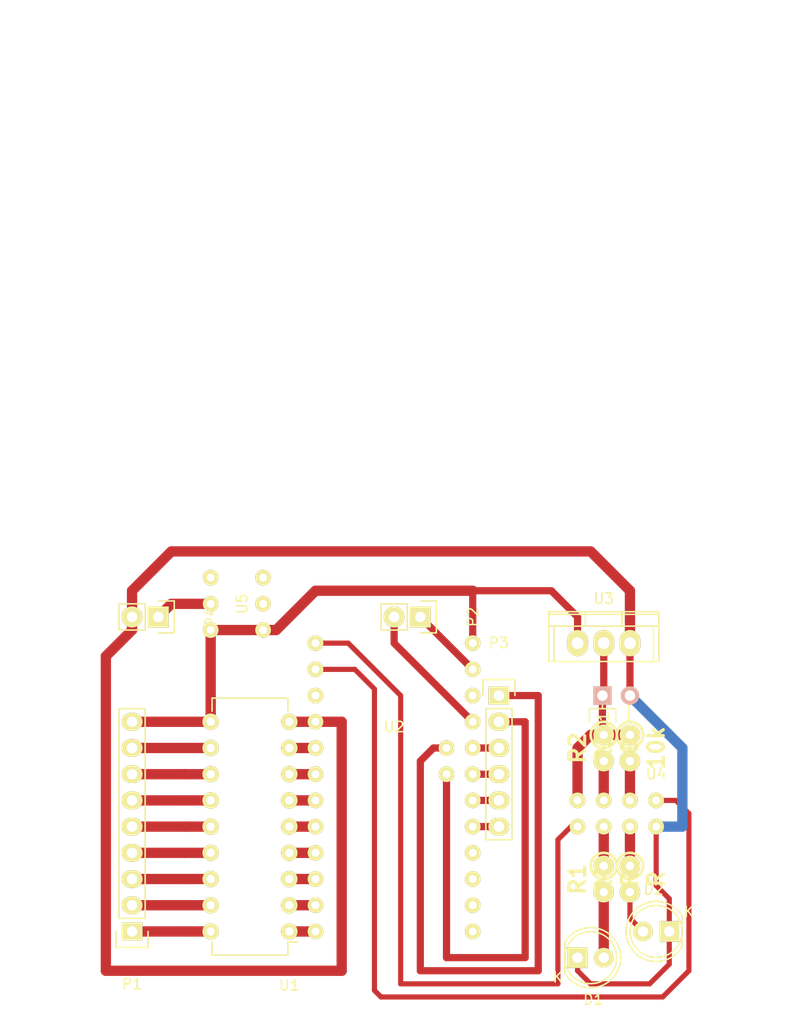
<source format=kicad_pcb>
(kicad_pcb (version 4) (host pcbnew 4.0.2+dfsg1-stable)

  (general
    (links 49)
    (no_connects 0)
    (area 106.579999 37.999999 182.980001 137.260001)
    (thickness 1.6)
    (drawings 10)
    (tracks 110)
    (zones 0)
    (modules 16)
    (nets 46)
  )

  (page A4)
  (layers
    (0 F.Cu signal)
    (31 B.Cu signal)
    (32 B.Adhes user)
    (33 F.Adhes user)
    (34 B.Paste user)
    (35 F.Paste user)
    (36 B.SilkS user)
    (37 F.SilkS user)
    (38 B.Mask user)
    (39 F.Mask user)
    (40 Dwgs.User user)
    (41 Cmts.User user)
    (42 Eco1.User user)
    (43 Eco2.User user)
    (44 Edge.Cuts user)
    (45 Margin user)
    (46 B.CrtYd user)
    (47 F.CrtYd user)
    (48 B.Fab user)
    (49 F.Fab user)
  )

  (setup
    (last_trace_width 0.25)
    (user_trace_width 0.1)
    (user_trace_width 0.5)
    (user_trace_width 0.7)
    (user_trace_width 1)
    (trace_clearance 0.2)
    (zone_clearance 0.508)
    (zone_45_only no)
    (trace_min 0.1)
    (segment_width 0.2)
    (edge_width 0.15)
    (via_size 0.6)
    (via_drill 0.4)
    (via_min_size 0.4)
    (via_min_drill 0.3)
    (uvia_size 0.3)
    (uvia_drill 0.1)
    (uvias_allowed no)
    (uvia_min_size 0.2)
    (uvia_min_drill 0.1)
    (pcb_text_width 0.3)
    (pcb_text_size 1.5 1.5)
    (mod_edge_width 0.15)
    (mod_text_size 1 1)
    (mod_text_width 0.15)
    (pad_size 1.524 1.524)
    (pad_drill 0.762)
    (pad_to_mask_clearance 0.2)
    (aux_axis_origin 0 0)
    (visible_elements FFFFFF7F)
    (pcbplotparams
      (layerselection 0x00400_00000001)
      (usegerberextensions false)
      (excludeedgelayer true)
      (linewidth 0.100000)
      (plotframeref false)
      (viasonmask false)
      (mode 1)
      (useauxorigin false)
      (hpglpennumber 1)
      (hpglpenspeed 20)
      (hpglpendiameter 15)
      (hpglpenoverlay 2)
      (psnegative false)
      (psa4output false)
      (plotreference true)
      (plotvalue true)
      (plotinvisibletext false)
      (padsonsilk false)
      (subtractmaskfromsilk false)
      (outputformat 1)
      (mirror false)
      (drillshape 0)
      (scaleselection 1)
      (outputdirectory ""))
  )

  (net 0 "")
  (net 1 "Net-(C1-Pad1)")
  (net 2 "Net-(C1-Pad2)")
  (net 3 "Net-(D1-Pad2)")
  (net 4 "Net-(D2-Pad2)")
  (net 5 "Net-(P1-Pad1)")
  (net 6 "Net-(P1-Pad2)")
  (net 7 "Net-(P1-Pad3)")
  (net 8 "Net-(P1-Pad4)")
  (net 9 "Net-(P1-Pad5)")
  (net 10 "Net-(P1-Pad6)")
  (net 11 "Net-(P1-Pad7)")
  (net 12 "Net-(P1-Pad8)")
  (net 13 "Net-(P1-Pad9)")
  (net 14 "Net-(P2-Pad2)")
  (net 15 "Net-(P3-Pad1)")
  (net 16 "Net-(P3-Pad2)")
  (net 17 "Net-(P3-Pad3)")
  (net 18 "Net-(P3-Pad4)")
  (net 19 "Net-(P3-Pad5)")
  (net 20 "Net-(P3-Pad6)")
  (net 21 "Net-(R1-Pad1)")
  (net 22 "Net-(R2-Pad2)")
  (net 23 "Net-(R3-Pad2)")
  (net 24 "Net-(R4-Pad1)")
  (net 25 "Net-(U1-Pad1)")
  (net 26 "Net-(U1-Pad2)")
  (net 27 "Net-(U1-Pad3)")
  (net 28 "Net-(U1-Pad4)")
  (net 29 "Net-(U1-Pad5)")
  (net 30 "Net-(U1-Pad6)")
  (net 31 "Net-(U1-Pad7)")
  (net 32 "Net-(U1-Pad8)")
  (net 33 "Net-(U2-Pad33)")
  (net 34 "Net-(U2-Pad15)")
  (net 35 "Net-(U2-Pad34)")
  (net 36 "Net-(U2-Pad35)")
  (net 37 "Net-(U2-Pad9)")
  (net 38 "Net-(U2-Pad16)")
  (net 39 "Net-(U2-Pad17)")
  (net 40 "Net-(U2-Pad18)")
  (net 41 "Net-(P2-Pad1)")
  (net 42 "Net-(P4-Pad1)")
  (net 43 "Net-(U5-Pad3)")
  (net 44 "Net-(U5-Pad5)")
  (net 45 "Net-(U5-Pad6)")

  (net_class Default "This is the default net class."
    (clearance 0.2)
    (trace_width 0.25)
    (via_dia 0.6)
    (via_drill 0.4)
    (uvia_dia 0.3)
    (uvia_drill 0.1)
    (add_net "Net-(C1-Pad1)")
    (add_net "Net-(C1-Pad2)")
    (add_net "Net-(D1-Pad2)")
    (add_net "Net-(D2-Pad2)")
    (add_net "Net-(P1-Pad1)")
    (add_net "Net-(P1-Pad2)")
    (add_net "Net-(P1-Pad3)")
    (add_net "Net-(P1-Pad4)")
    (add_net "Net-(P1-Pad5)")
    (add_net "Net-(P1-Pad6)")
    (add_net "Net-(P1-Pad7)")
    (add_net "Net-(P1-Pad8)")
    (add_net "Net-(P1-Pad9)")
    (add_net "Net-(P2-Pad1)")
    (add_net "Net-(P2-Pad2)")
    (add_net "Net-(P3-Pad1)")
    (add_net "Net-(P3-Pad2)")
    (add_net "Net-(P3-Pad3)")
    (add_net "Net-(P3-Pad4)")
    (add_net "Net-(P3-Pad5)")
    (add_net "Net-(P3-Pad6)")
    (add_net "Net-(P4-Pad1)")
    (add_net "Net-(R1-Pad1)")
    (add_net "Net-(R2-Pad2)")
    (add_net "Net-(R3-Pad2)")
    (add_net "Net-(R4-Pad1)")
    (add_net "Net-(U1-Pad1)")
    (add_net "Net-(U1-Pad2)")
    (add_net "Net-(U1-Pad3)")
    (add_net "Net-(U1-Pad4)")
    (add_net "Net-(U1-Pad5)")
    (add_net "Net-(U1-Pad6)")
    (add_net "Net-(U1-Pad7)")
    (add_net "Net-(U1-Pad8)")
    (add_net "Net-(U2-Pad15)")
    (add_net "Net-(U2-Pad16)")
    (add_net "Net-(U2-Pad17)")
    (add_net "Net-(U2-Pad18)")
    (add_net "Net-(U2-Pad33)")
    (add_net "Net-(U2-Pad34)")
    (add_net "Net-(U2-Pad35)")
    (add_net "Net-(U2-Pad9)")
    (add_net "Net-(U5-Pad3)")
    (add_net "Net-(U5-Pad5)")
    (add_net "Net-(U5-Pad6)")
  )

  (module button (layer F.Cu) (tedit 56FADF0E) (tstamp 56F2EF99)
    (at 129.54 96.52 90)
    (path /56F2F512)
    (fp_text reference U5 (at 0 0.5 90) (layer F.SilkS)
      (effects (font (size 1 1) (thickness 0.15)))
    )
    (fp_text value button (at 0 -0.5 90) (layer F.Fab)
      (effects (font (size 1 1) (thickness 0.15)))
    )
    (pad 1 thru_hole circle (at -2.54 -2.54 90) (size 1.524 1.524) (drill 0.762) (layers *.Cu *.Mask F.SilkS)
      (net 13 "Net-(P1-Pad9)"))
    (pad 2 thru_hole circle (at 0 -2.54 90) (size 1.524 1.524) (drill 0.762) (layers *.Cu *.Mask F.SilkS)
      (net 42 "Net-(P4-Pad1)"))
    (pad 3 thru_hole circle (at 2.54 -2.54 90) (size 1.524 1.524) (drill 0.762) (layers *.Cu *.Mask F.SilkS)
      (net 43 "Net-(U5-Pad3)"))
    (pad 4 thru_hole circle (at -2.54 2.54 90) (size 1.524 1.524) (drill 0.762) (layers *.Cu *.Mask F.SilkS)
      (net 13 "Net-(P1-Pad9)"))
    (pad 5 thru_hole circle (at 0 2.54 90) (size 1.524 1.524) (drill 0.762) (layers *.Cu *.Mask F.SilkS)
      (net 44 "Net-(U5-Pad5)"))
    (pad 6 thru_hole circle (at 2.54 2.54 90) (size 1.524 1.524) (drill 0.762) (layers *.Cu *.Mask F.SilkS)
      (net 45 "Net-(U5-Pad6)"))
  )

  (module Housings_DIP:DIP-18_W7.62mm (layer F.Cu) (tedit 54130A77) (tstamp 56F1BFA3)
    (at 134.62 128.27 180)
    (descr "18-lead dip package, row spacing 7.62 mm (300 mils)")
    (tags "dil dip 2.54 300")
    (path /56F1AA0E)
    (fp_text reference U1 (at 0 -5.22 180) (layer F.SilkS)
      (effects (font (size 1 1) (thickness 0.15)))
    )
    (fp_text value uln2803A (at 0 -3.72 180) (layer F.Fab)
      (effects (font (size 1 1) (thickness 0.15)))
    )
    (fp_line (start -1.05 -2.45) (end -1.05 22.8) (layer F.CrtYd) (width 0.05))
    (fp_line (start 8.65 -2.45) (end 8.65 22.8) (layer F.CrtYd) (width 0.05))
    (fp_line (start -1.05 -2.45) (end 8.65 -2.45) (layer F.CrtYd) (width 0.05))
    (fp_line (start -1.05 22.8) (end 8.65 22.8) (layer F.CrtYd) (width 0.05))
    (fp_line (start 0.135 -2.295) (end 0.135 -1.025) (layer F.SilkS) (width 0.15))
    (fp_line (start 7.485 -2.295) (end 7.485 -1.025) (layer F.SilkS) (width 0.15))
    (fp_line (start 7.485 22.615) (end 7.485 21.345) (layer F.SilkS) (width 0.15))
    (fp_line (start 0.135 22.615) (end 0.135 21.345) (layer F.SilkS) (width 0.15))
    (fp_line (start 0.135 -2.295) (end 7.485 -2.295) (layer F.SilkS) (width 0.15))
    (fp_line (start 0.135 22.615) (end 7.485 22.615) (layer F.SilkS) (width 0.15))
    (fp_line (start 0.135 -1.025) (end -0.8 -1.025) (layer F.SilkS) (width 0.15))
    (pad 1 thru_hole oval (at 0 0 180) (size 1.6 1.6) (drill 0.8) (layers *.Cu *.Mask F.SilkS)
      (net 25 "Net-(U1-Pad1)"))
    (pad 2 thru_hole oval (at 0 2.54 180) (size 1.6 1.6) (drill 0.8) (layers *.Cu *.Mask F.SilkS)
      (net 26 "Net-(U1-Pad2)"))
    (pad 3 thru_hole oval (at 0 5.08 180) (size 1.6 1.6) (drill 0.8) (layers *.Cu *.Mask F.SilkS)
      (net 27 "Net-(U1-Pad3)"))
    (pad 4 thru_hole oval (at 0 7.62 180) (size 1.6 1.6) (drill 0.8) (layers *.Cu *.Mask F.SilkS)
      (net 28 "Net-(U1-Pad4)"))
    (pad 5 thru_hole oval (at 0 10.16 180) (size 1.6 1.6) (drill 0.8) (layers *.Cu *.Mask F.SilkS)
      (net 29 "Net-(U1-Pad5)"))
    (pad 6 thru_hole oval (at 0 12.7 180) (size 1.6 1.6) (drill 0.8) (layers *.Cu *.Mask F.SilkS)
      (net 30 "Net-(U1-Pad6)"))
    (pad 7 thru_hole oval (at 0 15.24 180) (size 1.6 1.6) (drill 0.8) (layers *.Cu *.Mask F.SilkS)
      (net 31 "Net-(U1-Pad7)"))
    (pad 8 thru_hole oval (at 0 17.78 180) (size 1.6 1.6) (drill 0.8) (layers *.Cu *.Mask F.SilkS)
      (net 32 "Net-(U1-Pad8)"))
    (pad 9 thru_hole oval (at 0 20.32 180) (size 1.6 1.6) (drill 0.8) (layers *.Cu *.Mask F.SilkS)
      (net 2 "Net-(C1-Pad2)"))
    (pad 10 thru_hole oval (at 7.62 20.32 180) (size 1.6 1.6) (drill 0.8) (layers *.Cu *.Mask F.SilkS)
      (net 13 "Net-(P1-Pad9)"))
    (pad 11 thru_hole oval (at 7.62 17.78 180) (size 1.6 1.6) (drill 0.8) (layers *.Cu *.Mask F.SilkS)
      (net 12 "Net-(P1-Pad8)"))
    (pad 12 thru_hole oval (at 7.62 15.24 180) (size 1.6 1.6) (drill 0.8) (layers *.Cu *.Mask F.SilkS)
      (net 11 "Net-(P1-Pad7)"))
    (pad 13 thru_hole oval (at 7.62 12.7 180) (size 1.6 1.6) (drill 0.8) (layers *.Cu *.Mask F.SilkS)
      (net 10 "Net-(P1-Pad6)"))
    (pad 14 thru_hole oval (at 7.62 10.16 180) (size 1.6 1.6) (drill 0.8) (layers *.Cu *.Mask F.SilkS)
      (net 9 "Net-(P1-Pad5)"))
    (pad 15 thru_hole oval (at 7.62 7.62 180) (size 1.6 1.6) (drill 0.8) (layers *.Cu *.Mask F.SilkS)
      (net 8 "Net-(P1-Pad4)"))
    (pad 16 thru_hole oval (at 7.62 5.08 180) (size 1.6 1.6) (drill 0.8) (layers *.Cu *.Mask F.SilkS)
      (net 7 "Net-(P1-Pad3)"))
    (pad 17 thru_hole oval (at 7.62 2.54 180) (size 1.6 1.6) (drill 0.8) (layers *.Cu *.Mask F.SilkS)
      (net 6 "Net-(P1-Pad2)"))
    (pad 18 thru_hole oval (at 7.62 0 180) (size 1.6 1.6) (drill 0.8) (layers *.Cu *.Mask F.SilkS)
      (net 5 "Net-(P1-Pad1)"))
    (model Housings_DIP.3dshapes/DIP-18_W7.62mm.wrl
      (at (xyz 0 0 0))
      (scale (xyz 1 1 1))
      (rotate (xyz 0 0 0))
    )
  )

  (module bugs:arduino_mini_pro (layer F.Cu) (tedit 56F242BE) (tstamp 56F1BFC4)
    (at 144.78 107.95)
    (path /56F1A6A1)
    (fp_text reference U2 (at 0 0.5) (layer F.SilkS)
      (effects (font (size 1 1) (thickness 0.15)))
    )
    (fp_text value Arduino_Mini (at 0 -0.5) (layer F.Fab)
      (effects (font (size 1 1) (thickness 0.15)))
    )
    (pad 7 thru_hole circle (at 7.62 -7.62) (size 1.524 1.524) (drill 0.762) (layers *.Cu *.Mask F.SilkS)
      (net 13 "Net-(P1-Pad9)"))
    (pad 8 thru_hole circle (at 7.62 -5.08) (size 1.524 1.524) (drill 0.762) (layers *.Cu *.Mask F.SilkS)
      (net 41 "Net-(P2-Pad1)"))
    (pad 9 thru_hole circle (at 7.62 -2.54) (size 1.524 1.524) (drill 0.762) (layers *.Cu *.Mask F.SilkS)
      (net 37 "Net-(U2-Pad9)"))
    (pad 10 thru_hole circle (at 7.62 0) (size 1.524 1.524) (drill 0.762) (layers *.Cu *.Mask F.SilkS)
      (net 14 "Net-(P2-Pad2)"))
    (pad 11 thru_hole circle (at 7.62 2.54) (size 1.524 1.524) (drill 0.762) (layers *.Cu *.Mask F.SilkS)
      (net 17 "Net-(P3-Pad3)"))
    (pad 12 thru_hole circle (at 7.62 5.08) (size 1.524 1.524) (drill 0.762) (layers *.Cu *.Mask F.SilkS)
      (net 18 "Net-(P3-Pad4)"))
    (pad 13 thru_hole circle (at 7.62 7.62) (size 1.524 1.524) (drill 0.762) (layers *.Cu *.Mask F.SilkS)
      (net 19 "Net-(P3-Pad5)"))
    (pad 14 thru_hole circle (at 7.62 10.16) (size 1.524 1.524) (drill 0.762) (layers *.Cu *.Mask F.SilkS)
      (net 20 "Net-(P3-Pad6)"))
    (pad 15 thru_hole circle (at 7.62 12.7) (size 1.524 1.524) (drill 0.762) (layers *.Cu *.Mask F.SilkS)
      (net 34 "Net-(U2-Pad15)"))
    (pad 16 thru_hole circle (at 7.62 15.24) (size 1.524 1.524) (drill 0.762) (layers *.Cu *.Mask F.SilkS)
      (net 38 "Net-(U2-Pad16)"))
    (pad 17 thru_hole circle (at 7.62 17.78) (size 1.524 1.524) (drill 0.762) (layers *.Cu *.Mask F.SilkS)
      (net 39 "Net-(U2-Pad17)"))
    (pad 18 thru_hole circle (at 7.62 20.32) (size 1.524 1.524) (drill 0.762) (layers *.Cu *.Mask F.SilkS)
      (net 40 "Net-(U2-Pad18)"))
    (pad 22 thru_hole circle (at 5.08 2.54) (size 1.524 1.524) (drill 0.762) (layers *.Cu *.Mask F.SilkS)
      (net 15 "Net-(P3-Pad1)"))
    (pad 23 thru_hole circle (at 5.08 5.08) (size 1.524 1.524) (drill 0.762) (layers *.Cu *.Mask F.SilkS)
      (net 16 "Net-(P3-Pad2)"))
    (pad 24 thru_hole circle (at -7.62 20.32) (size 1.524 1.524) (drill 0.762) (layers *.Cu *.Mask F.SilkS)
      (net 25 "Net-(U1-Pad1)"))
    (pad 25 thru_hole circle (at -7.62 17.78) (size 1.524 1.524) (drill 0.762) (layers *.Cu *.Mask F.SilkS)
      (net 26 "Net-(U1-Pad2)"))
    (pad 26 thru_hole circle (at -7.62 15.24) (size 1.524 1.524) (drill 0.762) (layers *.Cu *.Mask F.SilkS)
      (net 27 "Net-(U1-Pad3)"))
    (pad 27 thru_hole circle (at -7.62 12.7) (size 1.524 1.524) (drill 0.762) (layers *.Cu *.Mask F.SilkS)
      (net 28 "Net-(U1-Pad4)"))
    (pad 28 thru_hole circle (at -7.62 10.16) (size 1.524 1.524) (drill 0.762) (layers *.Cu *.Mask F.SilkS)
      (net 29 "Net-(U1-Pad5)"))
    (pad 29 thru_hole circle (at -7.62 7.62) (size 1.524 1.524) (drill 0.762) (layers *.Cu *.Mask F.SilkS)
      (net 30 "Net-(U1-Pad6)"))
    (pad 30 thru_hole circle (at -7.62 5.08) (size 1.524 1.524) (drill 0.762) (layers *.Cu *.Mask F.SilkS)
      (net 31 "Net-(U1-Pad7)"))
    (pad 31 thru_hole circle (at -7.62 2.54) (size 1.524 1.524) (drill 0.762) (layers *.Cu *.Mask F.SilkS)
      (net 32 "Net-(U1-Pad8)"))
    (pad 32 thru_hole circle (at -7.62 0) (size 1.524 1.524) (drill 0.762) (layers *.Cu *.Mask F.SilkS)
      (net 2 "Net-(C1-Pad2)"))
    (pad 33 thru_hole circle (at -7.62 -2.54) (size 1.524 1.524) (drill 0.762) (layers *.Cu *.Mask F.SilkS)
      (net 33 "Net-(U2-Pad33)"))
    (pad 34 thru_hole circle (at -7.62 -5.08) (size 1.524 1.524) (drill 0.762) (layers *.Cu *.Mask F.SilkS)
      (net 35 "Net-(U2-Pad34)"))
    (pad 35 thru_hole circle (at -7.62 -7.62) (size 1.524 1.524) (drill 0.762) (layers *.Cu *.Mask F.SilkS)
      (net 36 "Net-(U2-Pad35)"))
  )

  (module Power_Integrations:TO-220 (layer F.Cu) (tedit 56F1C0C9) (tstamp 56F1BFCB)
    (at 165.1 100.33)
    (descr "Non Isolated JEDEC TO-220 Package")
    (tags "Power Integration YN Package")
    (path /56F1AC9B)
    (fp_text reference U3 (at 0 -4.318) (layer F.SilkS)
      (effects (font (size 1 1) (thickness 0.15)))
    )
    (fp_text value SPX2920U-3.3 (at 0 -4.318) (layer F.Fab)
      (effects (font (size 1 1) (thickness 0.15)))
    )
    (fp_line (start 4.826 -1.651) (end 4.826 1.778) (layer F.SilkS) (width 0.15))
    (fp_line (start -4.826 -1.651) (end -4.826 1.778) (layer F.SilkS) (width 0.15))
    (fp_line (start 5.334 -2.794) (end -5.334 -2.794) (layer F.SilkS) (width 0.15))
    (fp_line (start 1.778 -1.778) (end 1.778 -3.048) (layer F.SilkS) (width 0.15))
    (fp_line (start -1.778 -1.778) (end -1.778 -3.048) (layer F.SilkS) (width 0.15))
    (fp_line (start -5.334 -1.651) (end 5.334 -1.651) (layer F.SilkS) (width 0.15))
    (fp_line (start 5.334 1.778) (end -5.334 1.778) (layer F.SilkS) (width 0.15))
    (fp_line (start -5.334 -3.048) (end -5.334 1.778) (layer F.SilkS) (width 0.15))
    (fp_line (start 5.334 -3.048) (end 5.334 1.778) (layer F.SilkS) (width 0.15))
    (fp_line (start 5.334 -3.048) (end -5.334 -3.048) (layer F.SilkS) (width 0.15))
    (pad 2 thru_hole oval (at 2.54 0) (size 2.032 2.54) (drill 1.143) (layers *.Cu *.Mask F.SilkS)
      (net 2 "Net-(C1-Pad2)"))
    (pad 3 thru_hole oval (at 0 0) (size 2.032 2.54) (drill 1.143) (layers *.Cu *.Mask F.SilkS)
      (net 1 "Net-(C1-Pad1)"))
    (pad 1 thru_hole oval (at -2.54 0) (size 2.032 2.54) (drill 1.143) (layers *.Cu *.Mask F.SilkS)
      (net 13 "Net-(P1-Pad9)"))
  )

  (module Discret:CPR10X16 (layer F.Cu) (tedit 56F1BDA9) (tstamp 56F1BF46)
    (at 167.64 105.41 90)
    (descr "Condensateur polarise couche")
    (tags CP)
    (path /56F1E79A)
    (fp_text reference C1 (at -2.54 -2.54 90) (layer F.SilkS)
      (effects (font (size 1 1) (thickness 0.15)))
    )
    (fp_text value CP (at -2.54 0 90) (layer F.Fab)
      (effects (font (size 1 1) (thickness 0.15)))
    )
    (fp_line (start -2.54 -3.937) (end -1.27 -3.937) (layer F.SilkS) (width 0.15))
    (fp_line (start -1.27 -3.937) (end -1.27 -1.397) (layer F.SilkS) (width 0.15))
    (fp_line (start -1.27 -1.397) (end -2.54 -1.397) (layer F.SilkS) (width 0.15))
    (fp_line (start -1.27 -2.667) (end 0 -2.667) (layer F.SilkS) (width 0.15))
    (fp_line (start -2.54 -0.127) (end 0 -0.127) (layer F.SilkS) (width 0.15))
    (pad 1 thru_hole rect (at 0 -2.667 90) (size 1.778 1.778) (drill 1.016) (layers *.Cu *.SilkS *.Mask)
      (net 1 "Net-(C1-Pad1)"))
    (pad 2 thru_hole circle (at 0 0 90) (size 1.778 1.778) (drill 1.016) (layers *.Cu *.SilkS *.Mask)
      (net 2 "Net-(C1-Pad2)"))
    (model Discret.3dshapes/CPR10X16.wrl
      (at (xyz 0 0 0))
      (scale (xyz 1 1 1))
      (rotate (xyz 0 0 0))
    )
  )

  (module LEDs:LED-5MM (layer F.Cu) (tedit 5570F7EA) (tstamp 56F1BF4C)
    (at 162.56 130.81)
    (descr "LED 5mm round vertical")
    (tags "LED 5mm round vertical")
    (path /56F1AFA5)
    (fp_text reference D1 (at 1.524 4.064) (layer F.SilkS)
      (effects (font (size 1 1) (thickness 0.15)))
    )
    (fp_text value LED (at 1.524 -3.937) (layer F.Fab)
      (effects (font (size 1 1) (thickness 0.15)))
    )
    (fp_line (start -1.5 -1.55) (end -1.5 1.55) (layer F.CrtYd) (width 0.05))
    (fp_arc (start 1.3 0) (end -1.5 1.55) (angle -302) (layer F.CrtYd) (width 0.05))
    (fp_arc (start 1.27 0) (end -1.23 -1.5) (angle 297.5) (layer F.SilkS) (width 0.15))
    (fp_line (start -1.23 1.5) (end -1.23 -1.5) (layer F.SilkS) (width 0.15))
    (fp_circle (center 1.27 0) (end 0.97 -2.5) (layer F.SilkS) (width 0.15))
    (fp_text user K (at -1.905 1.905) (layer F.SilkS)
      (effects (font (size 1 1) (thickness 0.15)))
    )
    (pad 1 thru_hole rect (at 0 0 90) (size 2 1.9) (drill 1.00076) (layers *.Cu *.Mask F.SilkS)
      (net 2 "Net-(C1-Pad2)"))
    (pad 2 thru_hole circle (at 2.54 0) (size 1.9 1.9) (drill 1.00076) (layers *.Cu *.Mask F.SilkS)
      (net 3 "Net-(D1-Pad2)"))
    (model LEDs.3dshapes/LED-5MM.wrl
      (at (xyz 0.05 0 0))
      (scale (xyz 1 1 1))
      (rotate (xyz 0 0 90))
    )
  )

  (module LEDs:LED-5MM (layer F.Cu) (tedit 5570F7EA) (tstamp 56F1BF52)
    (at 171.45 128.27 180)
    (descr "LED 5mm round vertical")
    (tags "LED 5mm round vertical")
    (path /56F1B03A)
    (fp_text reference D2 (at 1.524 4.064 180) (layer F.SilkS)
      (effects (font (size 1 1) (thickness 0.15)))
    )
    (fp_text value LED (at 1.524 -3.937 180) (layer F.Fab)
      (effects (font (size 1 1) (thickness 0.15)))
    )
    (fp_line (start -1.5 -1.55) (end -1.5 1.55) (layer F.CrtYd) (width 0.05))
    (fp_arc (start 1.3 0) (end -1.5 1.55) (angle -302) (layer F.CrtYd) (width 0.05))
    (fp_arc (start 1.27 0) (end -1.23 -1.5) (angle 297.5) (layer F.SilkS) (width 0.15))
    (fp_line (start -1.23 1.5) (end -1.23 -1.5) (layer F.SilkS) (width 0.15))
    (fp_circle (center 1.27 0) (end 0.97 -2.5) (layer F.SilkS) (width 0.15))
    (fp_text user K (at -1.905 1.905 180) (layer F.SilkS)
      (effects (font (size 1 1) (thickness 0.15)))
    )
    (pad 1 thru_hole rect (at 0 0 270) (size 2 1.9) (drill 1.00076) (layers *.Cu *.Mask F.SilkS)
      (net 2 "Net-(C1-Pad2)"))
    (pad 2 thru_hole circle (at 2.54 0 180) (size 1.9 1.9) (drill 1.00076) (layers *.Cu *.Mask F.SilkS)
      (net 4 "Net-(D2-Pad2)"))
    (model LEDs.3dshapes/LED-5MM.wrl
      (at (xyz 0.05 0 0))
      (scale (xyz 1 1 1))
      (rotate (xyz 0 0 90))
    )
  )

  (module Pin_Headers:Pin_Header_Straight_1x09 (layer F.Cu) (tedit 0) (tstamp 56F1BF5F)
    (at 119.38 128.27 180)
    (descr "Through hole pin header")
    (tags "pin header")
    (path /56F1A493)
    (fp_text reference P1 (at 0 -5.1 180) (layer F.SilkS)
      (effects (font (size 1 1) (thickness 0.15)))
    )
    (fp_text value CONN_01X09 (at 0 -3.1 180) (layer F.Fab)
      (effects (font (size 1 1) (thickness 0.15)))
    )
    (fp_line (start -1.75 -1.75) (end -1.75 22.1) (layer F.CrtYd) (width 0.05))
    (fp_line (start 1.75 -1.75) (end 1.75 22.1) (layer F.CrtYd) (width 0.05))
    (fp_line (start -1.75 -1.75) (end 1.75 -1.75) (layer F.CrtYd) (width 0.05))
    (fp_line (start -1.75 22.1) (end 1.75 22.1) (layer F.CrtYd) (width 0.05))
    (fp_line (start 1.27 1.27) (end 1.27 21.59) (layer F.SilkS) (width 0.15))
    (fp_line (start 1.27 21.59) (end -1.27 21.59) (layer F.SilkS) (width 0.15))
    (fp_line (start -1.27 21.59) (end -1.27 1.27) (layer F.SilkS) (width 0.15))
    (fp_line (start 1.55 -1.55) (end 1.55 0) (layer F.SilkS) (width 0.15))
    (fp_line (start 1.27 1.27) (end -1.27 1.27) (layer F.SilkS) (width 0.15))
    (fp_line (start -1.55 0) (end -1.55 -1.55) (layer F.SilkS) (width 0.15))
    (fp_line (start -1.55 -1.55) (end 1.55 -1.55) (layer F.SilkS) (width 0.15))
    (pad 1 thru_hole rect (at 0 0 180) (size 2.032 1.7272) (drill 1.016) (layers *.Cu *.Mask F.SilkS)
      (net 5 "Net-(P1-Pad1)"))
    (pad 2 thru_hole oval (at 0 2.54 180) (size 2.032 1.7272) (drill 1.016) (layers *.Cu *.Mask F.SilkS)
      (net 6 "Net-(P1-Pad2)"))
    (pad 3 thru_hole oval (at 0 5.08 180) (size 2.032 1.7272) (drill 1.016) (layers *.Cu *.Mask F.SilkS)
      (net 7 "Net-(P1-Pad3)"))
    (pad 4 thru_hole oval (at 0 7.62 180) (size 2.032 1.7272) (drill 1.016) (layers *.Cu *.Mask F.SilkS)
      (net 8 "Net-(P1-Pad4)"))
    (pad 5 thru_hole oval (at 0 10.16 180) (size 2.032 1.7272) (drill 1.016) (layers *.Cu *.Mask F.SilkS)
      (net 9 "Net-(P1-Pad5)"))
    (pad 6 thru_hole oval (at 0 12.7 180) (size 2.032 1.7272) (drill 1.016) (layers *.Cu *.Mask F.SilkS)
      (net 10 "Net-(P1-Pad6)"))
    (pad 7 thru_hole oval (at 0 15.24 180) (size 2.032 1.7272) (drill 1.016) (layers *.Cu *.Mask F.SilkS)
      (net 11 "Net-(P1-Pad7)"))
    (pad 8 thru_hole oval (at 0 17.78 180) (size 2.032 1.7272) (drill 1.016) (layers *.Cu *.Mask F.SilkS)
      (net 12 "Net-(P1-Pad8)"))
    (pad 9 thru_hole oval (at 0 20.32 180) (size 2.032 1.7272) (drill 1.016) (layers *.Cu *.Mask F.SilkS)
      (net 13 "Net-(P1-Pad9)"))
    (model Pin_Headers.3dshapes/Pin_Header_Straight_1x09.wrl
      (at (xyz 0 -0.4 0))
      (scale (xyz 1 1 1))
      (rotate (xyz 0 0 90))
    )
  )

  (module Pin_Headers:Pin_Header_Straight_1x02 (layer F.Cu) (tedit 54EA090C) (tstamp 56F1BF65)
    (at 147.32 97.79 270)
    (descr "Through hole pin header")
    (tags "pin header")
    (path /56F1C32B)
    (fp_text reference P2 (at 0 -5.1 270) (layer F.SilkS)
      (effects (font (size 1 1) (thickness 0.15)))
    )
    (fp_text value CONN_01X02 (at 0 -3.1 270) (layer F.Fab)
      (effects (font (size 1 1) (thickness 0.15)))
    )
    (fp_line (start 1.27 1.27) (end 1.27 3.81) (layer F.SilkS) (width 0.15))
    (fp_line (start 1.55 -1.55) (end 1.55 0) (layer F.SilkS) (width 0.15))
    (fp_line (start -1.75 -1.75) (end -1.75 4.3) (layer F.CrtYd) (width 0.05))
    (fp_line (start 1.75 -1.75) (end 1.75 4.3) (layer F.CrtYd) (width 0.05))
    (fp_line (start -1.75 -1.75) (end 1.75 -1.75) (layer F.CrtYd) (width 0.05))
    (fp_line (start -1.75 4.3) (end 1.75 4.3) (layer F.CrtYd) (width 0.05))
    (fp_line (start 1.27 1.27) (end -1.27 1.27) (layer F.SilkS) (width 0.15))
    (fp_line (start -1.55 0) (end -1.55 -1.55) (layer F.SilkS) (width 0.15))
    (fp_line (start -1.55 -1.55) (end 1.55 -1.55) (layer F.SilkS) (width 0.15))
    (fp_line (start -1.27 1.27) (end -1.27 3.81) (layer F.SilkS) (width 0.15))
    (fp_line (start -1.27 3.81) (end 1.27 3.81) (layer F.SilkS) (width 0.15))
    (pad 1 thru_hole rect (at 0 0 270) (size 2.032 2.032) (drill 1.016) (layers *.Cu *.Mask F.SilkS)
      (net 41 "Net-(P2-Pad1)"))
    (pad 2 thru_hole oval (at 0 2.54 270) (size 2.032 2.032) (drill 1.016) (layers *.Cu *.Mask F.SilkS)
      (net 14 "Net-(P2-Pad2)"))
    (model Pin_Headers.3dshapes/Pin_Header_Straight_1x02.wrl
      (at (xyz 0 -0.05 0))
      (scale (xyz 1 1 1))
      (rotate (xyz 0 0 90))
    )
  )

  (module Pin_Headers:Pin_Header_Straight_1x06 (layer F.Cu) (tedit 0) (tstamp 56F1BF6F)
    (at 154.94 105.41)
    (descr "Through hole pin header")
    (tags "pin header")
    (path /56F1BCB1)
    (fp_text reference P3 (at 0 -5.1) (layer F.SilkS)
      (effects (font (size 1 1) (thickness 0.15)))
    )
    (fp_text value CONN_01X06 (at 0 -3.1) (layer F.Fab)
      (effects (font (size 1 1) (thickness 0.15)))
    )
    (fp_line (start -1.75 -1.75) (end -1.75 14.45) (layer F.CrtYd) (width 0.05))
    (fp_line (start 1.75 -1.75) (end 1.75 14.45) (layer F.CrtYd) (width 0.05))
    (fp_line (start -1.75 -1.75) (end 1.75 -1.75) (layer F.CrtYd) (width 0.05))
    (fp_line (start -1.75 14.45) (end 1.75 14.45) (layer F.CrtYd) (width 0.05))
    (fp_line (start 1.27 1.27) (end 1.27 13.97) (layer F.SilkS) (width 0.15))
    (fp_line (start 1.27 13.97) (end -1.27 13.97) (layer F.SilkS) (width 0.15))
    (fp_line (start -1.27 13.97) (end -1.27 1.27) (layer F.SilkS) (width 0.15))
    (fp_line (start 1.55 -1.55) (end 1.55 0) (layer F.SilkS) (width 0.15))
    (fp_line (start 1.27 1.27) (end -1.27 1.27) (layer F.SilkS) (width 0.15))
    (fp_line (start -1.55 0) (end -1.55 -1.55) (layer F.SilkS) (width 0.15))
    (fp_line (start -1.55 -1.55) (end 1.55 -1.55) (layer F.SilkS) (width 0.15))
    (pad 1 thru_hole rect (at 0 0) (size 2.032 1.7272) (drill 1.016) (layers *.Cu *.Mask F.SilkS)
      (net 15 "Net-(P3-Pad1)"))
    (pad 2 thru_hole oval (at 0 2.54) (size 2.032 1.7272) (drill 1.016) (layers *.Cu *.Mask F.SilkS)
      (net 16 "Net-(P3-Pad2)"))
    (pad 3 thru_hole oval (at 0 5.08) (size 2.032 1.7272) (drill 1.016) (layers *.Cu *.Mask F.SilkS)
      (net 17 "Net-(P3-Pad3)"))
    (pad 4 thru_hole oval (at 0 7.62) (size 2.032 1.7272) (drill 1.016) (layers *.Cu *.Mask F.SilkS)
      (net 18 "Net-(P3-Pad4)"))
    (pad 5 thru_hole oval (at 0 10.16) (size 2.032 1.7272) (drill 1.016) (layers *.Cu *.Mask F.SilkS)
      (net 19 "Net-(P3-Pad5)"))
    (pad 6 thru_hole oval (at 0 12.7) (size 2.032 1.7272) (drill 1.016) (layers *.Cu *.Mask F.SilkS)
      (net 20 "Net-(P3-Pad6)"))
    (model Pin_Headers.3dshapes/Pin_Header_Straight_1x06.wrl
      (at (xyz 0 -0.25 0))
      (scale (xyz 1 1 1))
      (rotate (xyz 0 0 90))
    )
  )

  (module Pin_Headers:Pin_Header_Straight_1x02 (layer F.Cu) (tedit 54EA090C) (tstamp 56F1BF75)
    (at 121.92 97.79 270)
    (descr "Through hole pin header")
    (tags "pin header")
    (path /56F1CB48)
    (fp_text reference P4 (at 0 -5.1 270) (layer F.SilkS)
      (effects (font (size 1 1) (thickness 0.15)))
    )
    (fp_text value CONN_01X02 (at 0 -3.1 270) (layer F.Fab)
      (effects (font (size 1 1) (thickness 0.15)))
    )
    (fp_line (start 1.27 1.27) (end 1.27 3.81) (layer F.SilkS) (width 0.15))
    (fp_line (start 1.55 -1.55) (end 1.55 0) (layer F.SilkS) (width 0.15))
    (fp_line (start -1.75 -1.75) (end -1.75 4.3) (layer F.CrtYd) (width 0.05))
    (fp_line (start 1.75 -1.75) (end 1.75 4.3) (layer F.CrtYd) (width 0.05))
    (fp_line (start -1.75 -1.75) (end 1.75 -1.75) (layer F.CrtYd) (width 0.05))
    (fp_line (start -1.75 4.3) (end 1.75 4.3) (layer F.CrtYd) (width 0.05))
    (fp_line (start 1.27 1.27) (end -1.27 1.27) (layer F.SilkS) (width 0.15))
    (fp_line (start -1.55 0) (end -1.55 -1.55) (layer F.SilkS) (width 0.15))
    (fp_line (start -1.55 -1.55) (end 1.55 -1.55) (layer F.SilkS) (width 0.15))
    (fp_line (start -1.27 1.27) (end -1.27 3.81) (layer F.SilkS) (width 0.15))
    (fp_line (start -1.27 3.81) (end 1.27 3.81) (layer F.SilkS) (width 0.15))
    (pad 1 thru_hole rect (at 0 0 270) (size 2.032 2.032) (drill 1.016) (layers *.Cu *.Mask F.SilkS)
      (net 42 "Net-(P4-Pad1)"))
    (pad 2 thru_hole oval (at 0 2.54 270) (size 2.032 2.032) (drill 1.016) (layers *.Cu *.Mask F.SilkS)
      (net 2 "Net-(C1-Pad2)"))
    (model Pin_Headers.3dshapes/Pin_Header_Straight_1x02.wrl
      (at (xyz 0 -0.05 0))
      (scale (xyz 1 1 1))
      (rotate (xyz 0 0 90))
    )
  )

  (module w_pth_resistors:rc05_vert (layer F.Cu) (tedit 0) (tstamp 56F1BF7B)
    (at 165.1 123.19 270)
    (descr "Resistor, RC05 vertical")
    (path /56F1AF1D)
    (fp_text reference R1 (at 0 2.54 270) (layer F.SilkS)
      (effects (font (thickness 0.3048)))
    )
    (fp_text value R (at 0 -2.54 270) (layer F.SilkS)
      (effects (font (thickness 0.3048)))
    )
    (fp_line (start -1.27 0) (end 1.27 0) (layer F.SilkS) (width 0.254))
    (fp_circle (center -1.27 0) (end 0 0) (layer F.SilkS) (width 0.254))
    (pad 1 thru_hole circle (at -1.27 0 270) (size 1.99898 1.99898) (drill 0.8001) (layers *.Cu *.Mask F.SilkS)
      (net 21 "Net-(R1-Pad1)"))
    (pad 2 thru_hole circle (at 1.27 0 270) (size 1.99898 1.99898) (drill 0.8001) (layers *.Cu *.Mask F.SilkS)
      (net 3 "Net-(D1-Pad2)"))
    (model walter/pth_resistors/rc05vert.wrl
      (at (xyz 0 0 0))
      (scale (xyz 1 1 1))
      (rotate (xyz 0 0 0))
    )
  )

  (module w_pth_resistors:rc05_vert (layer F.Cu) (tedit 0) (tstamp 56F1BF81)
    (at 165.1 110.49 270)
    (descr "Resistor, RC05 vertical")
    (path /56F1AE1A)
    (fp_text reference R2 (at 0 2.54 270) (layer F.SilkS)
      (effects (font (thickness 0.3048)))
    )
    (fp_text value 10k (at 0 -2.54 270) (layer F.SilkS)
      (effects (font (thickness 0.3048)))
    )
    (fp_line (start -1.27 0) (end 1.27 0) (layer F.SilkS) (width 0.254))
    (fp_circle (center -1.27 0) (end 0 0) (layer F.SilkS) (width 0.254))
    (pad 1 thru_hole circle (at -1.27 0 270) (size 1.99898 1.99898) (drill 0.8001) (layers *.Cu *.Mask F.SilkS)
      (net 1 "Net-(C1-Pad1)"))
    (pad 2 thru_hole circle (at 1.27 0 270) (size 1.99898 1.99898) (drill 0.8001) (layers *.Cu *.Mask F.SilkS)
      (net 22 "Net-(R2-Pad2)"))
    (model walter/pth_resistors/rc05vert.wrl
      (at (xyz 0 0 0))
      (scale (xyz 1 1 1))
      (rotate (xyz 0 0 0))
    )
  )

  (module w_pth_resistors:rc05_vert (layer F.Cu) (tedit 0) (tstamp 56F1BF87)
    (at 167.64 110.49 270)
    (descr "Resistor, RC05 vertical")
    (path /56F1AE8B)
    (fp_text reference R3 (at 0 2.54 270) (layer F.SilkS)
      (effects (font (thickness 0.3048)))
    )
    (fp_text value 10k (at 0 -2.54 270) (layer F.SilkS)
      (effects (font (thickness 0.3048)))
    )
    (fp_line (start -1.27 0) (end 1.27 0) (layer F.SilkS) (width 0.254))
    (fp_circle (center -1.27 0) (end 0 0) (layer F.SilkS) (width 0.254))
    (pad 1 thru_hole circle (at -1.27 0 270) (size 1.99898 1.99898) (drill 0.8001) (layers *.Cu *.Mask F.SilkS)
      (net 1 "Net-(C1-Pad1)"))
    (pad 2 thru_hole circle (at 1.27 0 270) (size 1.99898 1.99898) (drill 0.8001) (layers *.Cu *.Mask F.SilkS)
      (net 23 "Net-(R3-Pad2)"))
    (model walter/pth_resistors/rc05vert.wrl
      (at (xyz 0 0 0))
      (scale (xyz 1 1 1))
      (rotate (xyz 0 0 0))
    )
  )

  (module w_pth_resistors:rc05_vert (layer F.Cu) (tedit 0) (tstamp 56F1BF8D)
    (at 167.64 123.19 270)
    (descr "Resistor, RC05 vertical")
    (path /56F1AEB7)
    (fp_text reference R4 (at 0 2.54 270) (layer F.SilkS)
      (effects (font (thickness 0.3048)))
    )
    (fp_text value R (at 0 -2.54 270) (layer F.SilkS)
      (effects (font (thickness 0.3048)))
    )
    (fp_line (start -1.27 0) (end 1.27 0) (layer F.SilkS) (width 0.254))
    (fp_circle (center -1.27 0) (end 0 0) (layer F.SilkS) (width 0.254))
    (pad 1 thru_hole circle (at -1.27 0 270) (size 1.99898 1.99898) (drill 0.8001) (layers *.Cu *.Mask F.SilkS)
      (net 24 "Net-(R4-Pad1)"))
    (pad 2 thru_hole circle (at 1.27 0 270) (size 1.99898 1.99898) (drill 0.8001) (layers *.Cu *.Mask F.SilkS)
      (net 4 "Net-(D2-Pad2)"))
    (model walter/pth_resistors/rc05vert.wrl
      (at (xyz 0 0 0))
      (scale (xyz 1 1 1))
      (rotate (xyz 0 0 0))
    )
  )

  (module bugs:ESP8266 (layer F.Cu) (tedit 56F1B511) (tstamp 56F1BFD7)
    (at 167.64 118.11)
    (path /56F1BA48)
    (fp_text reference U4 (at 2.54 -5.08) (layer F.SilkS)
      (effects (font (size 1 1) (thickness 0.15)))
    )
    (fp_text value ESP8266 (at -5.08 -5.08) (layer F.Fab)
      (effects (font (size 1 1) (thickness 0.15)))
    )
    (pad 1 thru_hole circle (at -5.08 -2.54) (size 1.524 1.524) (drill 0.762) (layers *.Cu *.Mask F.SilkS)
      (net 1 "Net-(C1-Pad1)"))
    (pad 2 thru_hole circle (at -2.54 -2.54) (size 1.524 1.524) (drill 0.762) (layers *.Cu *.Mask F.SilkS)
      (net 22 "Net-(R2-Pad2)"))
    (pad 3 thru_hole circle (at 0 -2.54) (size 1.524 1.524) (drill 0.762) (layers *.Cu *.Mask F.SilkS)
      (net 23 "Net-(R3-Pad2)"))
    (pad 4 thru_hole circle (at 2.54 -2.54) (size 1.524 1.524) (drill 0.762) (layers *.Cu *.Mask F.SilkS)
      (net 35 "Net-(U2-Pad34)"))
    (pad 5 thru_hole circle (at 2.54 0) (size 1.524 1.524) (drill 0.762) (layers *.Cu *.Mask F.SilkS)
      (net 2 "Net-(C1-Pad2)"))
    (pad 6 thru_hole circle (at 0 0) (size 1.524 1.524) (drill 0.762) (layers *.Cu *.Mask F.SilkS)
      (net 24 "Net-(R4-Pad1)"))
    (pad 7 thru_hole circle (at -2.54 0) (size 1.524 1.524) (drill 0.762) (layers *.Cu *.Mask F.SilkS)
      (net 21 "Net-(R1-Pad1)"))
    (pad 8 thru_hole circle (at -5.08 0) (size 1.524 1.524) (drill 0.762) (layers *.Cu *.Mask F.SilkS)
      (net 36 "Net-(U2-Pad35)"))
  )

  (gr_line (start 106.68 96.52) (end 106.68 93.98) (angle 90) (layer Eco1.User) (width 0.2))
  (gr_line (start 182.88 38.1) (end 182.88 137.16) (angle 90) (layer Eco1.User) (width 0.2))
  (gr_line (start 106.68 137.16) (end 106.68 96.52) (angle 90) (layer Eco1.User) (width 0.2))
  (gr_line (start 106.68 137.16) (end 182.88 137.16) (angle 90) (layer Eco1.User) (width 0.2))
  (gr_line (start 106.68 38.1) (end 115.57 38.1) (angle 90) (layer Eco1.User) (width 0.2))
  (gr_line (start 106.68 43.18) (end 106.68 38.1) (angle 90) (layer Eco1.User) (width 0.2))
  (gr_line (start 158.75 38.1) (end 182.88 38.1) (angle 90) (layer Eco1.User) (width 0.2))
  (gr_line (start 115.57 38.1) (end 158.75 38.1) (angle 90) (layer Eco1.User) (width 0.2))
  (gr_line (start 106.68 67.31) (end 106.68 43.18) (angle 90) (layer Eco1.User) (width 0.2))
  (gr_line (start 106.68 95.25) (end 106.68 67.31) (angle 90) (layer Eco1.User) (width 0.2))

  (segment (start 164.973 105.41) (end 164.973 109.093) (width 0.7) (layer F.Cu) (net 1))
  (segment (start 164.973 109.093) (end 165.1 109.22) (width 0.7) (layer F.Cu) (net 1) (tstamp 56F2F4E7))
  (segment (start 165.1 100.33) (end 165.1 105.283) (width 0.7) (layer F.Cu) (net 1))
  (segment (start 165.1 105.283) (end 164.973 105.41) (width 0.7) (layer F.Cu) (net 1) (tstamp 56F2F4E4))
  (segment (start 165.1 109.22) (end 167.64 109.22) (width 1) (layer F.Cu) (net 1))
  (segment (start 162.56 110.49) (end 162.56 115.57) (width 1) (layer F.Cu) (net 1) (tstamp 56F1C34C))
  (segment (start 163.83 109.22) (end 162.56 110.49) (width 1) (layer F.Cu) (net 1) (tstamp 56F1C34B))
  (segment (start 165.1 109.22) (end 163.83 109.22) (width 1) (layer F.Cu) (net 1))
  (segment (start 119.38 97.79) (end 119.38 95.25) (width 1) (layer F.Cu) (net 2))
  (segment (start 167.64 95.25) (end 167.64 100.33) (width 1) (layer F.Cu) (net 2) (tstamp 56FD0551))
  (segment (start 163.83 91.44) (end 167.64 95.25) (width 1) (layer F.Cu) (net 2) (tstamp 56FD054F))
  (segment (start 123.19 91.44) (end 163.83 91.44) (width 1) (layer F.Cu) (net 2) (tstamp 56FD054A))
  (segment (start 119.38 95.25) (end 123.19 91.44) (width 1) (layer F.Cu) (net 2) (tstamp 56FD0547))
  (segment (start 119.38 97.79) (end 119.38 99.06) (width 1) (layer F.Cu) (net 2))
  (segment (start 139.7 107.95) (end 137.16 107.95) (width 1) (layer F.Cu) (net 2) (tstamp 56FD0534))
  (segment (start 139.7 132.08) (end 139.7 107.95) (width 1) (layer F.Cu) (net 2) (tstamp 56FD0531))
  (segment (start 116.84 132.08) (end 139.7 132.08) (width 1) (layer F.Cu) (net 2) (tstamp 56FD052F))
  (segment (start 116.84 101.6) (end 116.84 132.08) (width 1) (layer F.Cu) (net 2) (tstamp 56FD052B))
  (segment (start 119.38 99.06) (end 116.84 101.6) (width 1) (layer F.Cu) (net 2) (tstamp 56FD0529))
  (segment (start 167.64 105.41) (end 171.45 109.22) (width 1) (layer B.Cu) (net 2))
  (segment (start 172.72 118.11) (end 170.18 118.11) (width 1) (layer B.Cu) (net 2) (tstamp 56FAE078))
  (segment (start 172.72 110.49) (end 172.72 118.11) (width 1) (layer B.Cu) (net 2) (tstamp 56FAE075))
  (segment (start 171.45 109.22) (end 172.72 110.49) (width 1) (layer B.Cu) (net 2) (tstamp 56FAE072))
  (segment (start 167.64 105.41) (end 167.64 100.33) (width 0.7) (layer F.Cu) (net 2))
  (segment (start 162.56 130.81) (end 162.56 132.08) (width 0.5) (layer F.Cu) (net 2))
  (segment (start 171.45 131.445) (end 171.45 128.27) (width 0.5) (layer F.Cu) (net 2) (tstamp 56F2F2FA))
  (segment (start 169.545 133.35) (end 171.45 131.445) (width 0.5) (layer F.Cu) (net 2) (tstamp 56F2F2F9))
  (segment (start 163.83 133.35) (end 169.545 133.35) (width 0.5) (layer F.Cu) (net 2) (tstamp 56F2F2F8))
  (segment (start 162.56 132.08) (end 163.83 133.35) (width 0.5) (layer F.Cu) (net 2) (tstamp 56F2F2F7))
  (segment (start 170.18 118.11) (end 170.18 123.825) (width 0.5) (layer F.Cu) (net 2))
  (segment (start 170.18 123.825) (end 171.45 125.095) (width 0.5) (layer F.Cu) (net 2) (tstamp 56F2F2F0))
  (segment (start 171.45 125.095) (end 171.45 128.27) (width 0.5) (layer F.Cu) (net 2) (tstamp 56F2F2F4))
  (segment (start 134.62 107.95) (end 137.16 107.95) (width 1) (layer F.Cu) (net 2))
  (segment (start 165.1 130.81) (end 165.1 124.46) (width 1) (layer F.Cu) (net 3))
  (segment (start 167.64 124.46) (end 167.64 127) (width 0.5) (layer F.Cu) (net 4))
  (segment (start 167.64 127) (end 168.91 128.27) (width 0.5) (layer F.Cu) (net 4) (tstamp 56F2F2FD))
  (segment (start 119.38 128.27) (end 124.46 128.27) (width 1) (layer F.Cu) (net 5))
  (segment (start 124.46 128.27) (end 127 128.27) (width 1) (layer F.Cu) (net 5))
  (segment (start 119.38 125.73) (end 124.46 125.73) (width 1) (layer F.Cu) (net 6))
  (segment (start 124.46 125.73) (end 127 125.73) (width 1) (layer F.Cu) (net 6))
  (segment (start 119.38 123.19) (end 124.46 123.19) (width 1) (layer F.Cu) (net 7))
  (segment (start 124.46 123.19) (end 127 123.19) (width 1) (layer F.Cu) (net 7))
  (segment (start 119.38 120.65) (end 124.46 120.65) (width 1) (layer F.Cu) (net 8))
  (segment (start 124.46 120.65) (end 127 120.65) (width 1) (layer F.Cu) (net 8))
  (segment (start 119.38 118.11) (end 124.46 118.11) (width 1) (layer F.Cu) (net 9))
  (segment (start 124.46 118.11) (end 127 118.11) (width 1) (layer F.Cu) (net 9))
  (segment (start 119.38 115.57) (end 124.46 115.57) (width 1) (layer F.Cu) (net 10))
  (segment (start 124.46 115.57) (end 127 115.57) (width 1) (layer F.Cu) (net 10))
  (segment (start 119.38 113.03) (end 124.46 113.03) (width 1) (layer F.Cu) (net 11))
  (segment (start 124.46 113.03) (end 127 113.03) (width 1) (layer F.Cu) (net 11))
  (segment (start 119.38 110.49) (end 124.46 110.49) (width 1) (layer F.Cu) (net 12))
  (segment (start 124.46 110.49) (end 127 110.49) (width 1) (layer F.Cu) (net 12))
  (segment (start 132.08 99.06) (end 133.35 99.06) (width 1) (layer F.Cu) (net 13))
  (segment (start 137.16 95.25) (end 152.4 95.25) (width 1) (layer F.Cu) (net 13) (tstamp 56FD055F))
  (segment (start 133.35 99.06) (end 137.16 95.25) (width 1) (layer F.Cu) (net 13) (tstamp 56FD055B))
  (segment (start 127 99.06) (end 132.08 99.06) (width 1) (layer F.Cu) (net 13))
  (segment (start 127 99.06) (end 127 107.95) (width 1) (layer F.Cu) (net 13))
  (segment (start 119.38 107.95) (end 124.46 107.95) (width 1) (layer F.Cu) (net 13))
  (segment (start 124.46 107.95) (end 127 107.95) (width 1) (layer F.Cu) (net 13))
  (segment (start 152.4 100.33) (end 152.4 95.25) (width 0.7) (layer F.Cu) (net 13))
  (segment (start 162.56 97.79) (end 162.56 100.33) (width 0.7) (layer F.Cu) (net 13) (tstamp 56F2F4ED))
  (segment (start 152.4 95.25) (end 160.02 95.25) (width 0.7) (layer F.Cu) (net 13) (tstamp 56F2F4F2))
  (segment (start 160.02 95.25) (end 162.56 97.79) (width 0.7) (layer F.Cu) (net 13) (tstamp 56F2F4EC))
  (segment (start 144.78 97.79) (end 144.78 100.33) (width 0.7) (layer F.Cu) (net 14))
  (segment (start 144.78 100.33) (end 152.4 107.95) (width 0.7) (layer F.Cu) (net 14) (tstamp 56F2EAF0))
  (segment (start 149.86 110.49) (end 148.59 110.49) (width 0.7) (layer F.Cu) (net 15))
  (segment (start 158.75 105.41) (end 154.94 105.41) (width 0.7) (layer F.Cu) (net 15) (tstamp 56F2EA55))
  (segment (start 158.75 132.08) (end 158.75 105.41) (width 0.7) (layer F.Cu) (net 15) (tstamp 56F2EA54))
  (segment (start 147.32 132.08) (end 158.75 132.08) (width 0.7) (layer F.Cu) (net 15) (tstamp 56F2EA53))
  (segment (start 147.32 111.76) (end 147.32 132.08) (width 0.7) (layer F.Cu) (net 15) (tstamp 56F2EA52))
  (segment (start 148.59 110.49) (end 147.32 111.76) (width 0.7) (layer F.Cu) (net 15) (tstamp 56F2EA51))
  (segment (start 149.86 113.03) (end 149.86 130.81) (width 0.7) (layer F.Cu) (net 16))
  (segment (start 157.48 107.95) (end 154.94 107.95) (width 0.7) (layer F.Cu) (net 16) (tstamp 56F2EA4E))
  (segment (start 157.48 130.81) (end 157.48 107.95) (width 0.7) (layer F.Cu) (net 16) (tstamp 56F2EA4D))
  (segment (start 149.86 130.81) (end 157.48 130.81) (width 0.7) (layer F.Cu) (net 16) (tstamp 56F2EA4C))
  (segment (start 152.4 110.49) (end 154.94 110.49) (width 0.7) (layer F.Cu) (net 17))
  (segment (start 152.4 113.03) (end 154.94 113.03) (width 0.7) (layer F.Cu) (net 18))
  (segment (start 154.94 115.57) (end 152.4 115.57) (width 0.7) (layer F.Cu) (net 19))
  (segment (start 152.4 118.11) (end 154.94 118.11) (width 0.7) (layer F.Cu) (net 20))
  (segment (start 165.1 118.11) (end 165.1 121.92) (width 1) (layer F.Cu) (net 21))
  (segment (start 165.1 111.76) (end 165.1 115.57) (width 1) (layer F.Cu) (net 22))
  (segment (start 167.64 111.76) (end 167.64 115.57) (width 1) (layer F.Cu) (net 23))
  (segment (start 167.64 118.11) (end 167.64 121.92) (width 1) (layer F.Cu) (net 24))
  (segment (start 137.16 128.27) (end 134.62 128.27) (width 1) (layer F.Cu) (net 25))
  (segment (start 134.62 125.73) (end 137.16 125.73) (width 1) (layer F.Cu) (net 26))
  (segment (start 134.62 123.19) (end 137.16 123.19) (width 1) (layer F.Cu) (net 27))
  (segment (start 137.16 120.65) (end 134.62 120.65) (width 1) (layer F.Cu) (net 28))
  (segment (start 134.62 118.11) (end 137.16 118.11) (width 1) (layer F.Cu) (net 29))
  (segment (start 137.16 115.57) (end 134.62 115.57) (width 1) (layer F.Cu) (net 30))
  (segment (start 134.62 113.03) (end 137.16 113.03) (width 1) (layer F.Cu) (net 31))
  (segment (start 137.16 110.49) (end 134.62 110.49) (width 1) (layer F.Cu) (net 32))
  (segment (start 170.18 115.57) (end 172.085 115.57) (width 0.5) (layer F.Cu) (net 35))
  (segment (start 172.085 115.57) (end 173.355 116.84) (width 0.5) (layer F.Cu) (net 35) (tstamp 56F2F33A))
  (segment (start 173.355 116.84) (end 173.355 132.08) (width 0.5) (layer F.Cu) (net 35) (tstamp 56F2F33C))
  (segment (start 173.355 132.08) (end 170.815 134.62) (width 0.5) (layer F.Cu) (net 35) (tstamp 56F2F340))
  (segment (start 170.815 134.62) (end 143.51 134.62) (width 0.5) (layer F.Cu) (net 35) (tstamp 56F2F342))
  (segment (start 143.51 134.62) (end 142.875 133.985) (width 0.5) (layer F.Cu) (net 35) (tstamp 56F2F344))
  (segment (start 142.875 133.985) (end 142.875 104.775) (width 0.5) (layer F.Cu) (net 35) (tstamp 56F2F346))
  (segment (start 142.875 104.775) (end 140.97 102.87) (width 0.5) (layer F.Cu) (net 35) (tstamp 56F2F349))
  (segment (start 140.97 102.87) (end 137.16 102.87) (width 0.5) (layer F.Cu) (net 35) (tstamp 56F2F34A))
  (segment (start 137.16 100.33) (end 140.335 100.33) (width 0.5) (layer F.Cu) (net 36))
  (segment (start 160.655 119.38) (end 161.925 118.11) (width 0.5) (layer F.Cu) (net 36) (tstamp 56F2F2CB))
  (segment (start 160.655 133.35) (end 160.655 119.38) (width 0.5) (layer F.Cu) (net 36) (tstamp 56F2F2CA))
  (segment (start 145.415 133.35) (end 160.655 133.35) (width 0.5) (layer F.Cu) (net 36) (tstamp 56F2F2C9))
  (segment (start 145.415 105.41) (end 145.415 133.35) (width 0.5) (layer F.Cu) (net 36) (tstamp 56F2F2C7))
  (segment (start 140.335 100.33) (end 145.415 105.41) (width 0.5) (layer F.Cu) (net 36) (tstamp 56F2F2C5))
  (segment (start 161.925 118.11) (end 162.56 118.11) (width 0.5) (layer F.Cu) (net 36) (tstamp 56F2F2CC))
  (segment (start 147.32 97.79) (end 152.4 102.87) (width 0.7) (layer F.Cu) (net 41))
  (segment (start 127 96.52) (end 123.19 96.52) (width 1) (layer F.Cu) (net 42))
  (segment (start 123.19 96.52) (end 121.92 97.79) (width 1) (layer F.Cu) (net 42) (tstamp 56FD0526))

)

</source>
